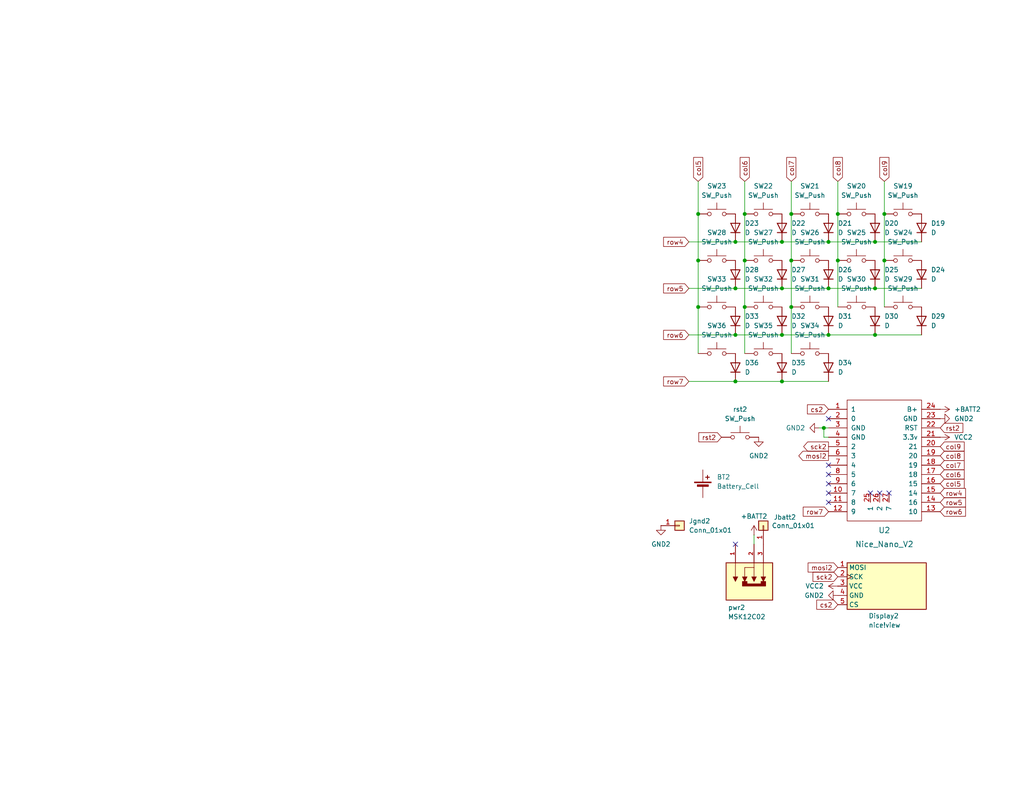
<source format=kicad_sch>
(kicad_sch (version 20231120) (generator "eeschema") (generator_version "8.0")
  (paper "USLetter")
  (title_block (title "LowKey36 right") (date "2024-11-16") (rev "1.2") (company "mattgilbert.co") (comment 1 "Matt Gilbert"))
  (lib_symbols
    (symbol "Connector_Generic:Conn_01x01" (pin_names (offset 1.016) hide)
      (property "Reference" "J" (at 0 2.54 0))
      (property "Value" "Conn_01x01" (at 0 -2.54 0))
      (symbol "Conn_01x01_1_1"
        (rectangle (start -1.27 0.127) (end 0 -0.127) (stroke (width 0.1524)))
        (rectangle (start -1.27 1.27) (end 1.27 -1.27) (stroke (width 0.254)) (fill (type background)))
        (pin passive line (at -5.08 0 0) (length 3.81) (name "Pin_1") (number "1"))
      )
    )
    (symbol "Device:Battery_Cell" (pin_numbers hide) (pin_names (offset 0) hide)
      (property "Reference" "BT" (at 2.54 2.54 0))
      (property "Value" "Battery_Cell" (at 2.54 0 0))
      (symbol "Battery_Cell_0_1"
        (rectangle (start -2.286 1.778) (end 2.286 1.524) (fill (type outline)))
        (rectangle (start -1.524 1.016) (end 1.524 0.508) (fill (type outline)))
        (polyline (pts (xy 0 0.762) (xy 0 0)))
        (polyline (pts (xy 0 1.778) (xy 0 2.54)))
        (polyline (pts (xy 0.762 3.048) (xy 1.778 3.048)) (stroke (width 0.254)))
        (polyline (pts (xy 1.27 3.556) (xy 1.27 2.54)) (stroke (width 0.254)))
      )
      (symbol "Battery_Cell_1_1"
        (pin passive line (at 0 5.08 270) (length 2.54) (name "+") (number "1"))
        (pin passive line (at 0 -2.54 90) (length 2.54) (name "-") (number "2"))
      )
    )
    (symbol "Device:D" (pin_numbers hide) (pin_names (offset 1.016) hide)
      (property "Reference" "D" (at 0 2.54 0))
      (property "Value" "D" (at 0 -2.54 0))
      (symbol "D_0_1"
        (polyline (pts (xy -1.27 1.27) (xy -1.27 -1.27)) (stroke (width 0.254)))
        (polyline (pts (xy 1.27 0) (xy -1.27 0)))
        (polyline (pts (xy 1.27 1.27) (xy 1.27 -1.27) (xy -1.27 0) (xy 1.27 1.27)) (stroke (width 0.254)))
      )
      (symbol "D_1_1"
        (pin passive line (at -3.81 0 0) (length 2.54) (name "K") (number "1"))
        (pin passive line (at 3.81 0 180) (length 2.54) (name "A") (number "2"))
      )
    )
    (symbol "SSSS811101:SSSS811101" (pin_names (offset 1.016))
      (property "Reference" "S" (at -5.08 5.715 0))
      (property "Value" "SSSS811101" (at -5.08 -10.16 0))
      (symbol "SSSS811101_0_0"
        (rectangle (start -5.08 -7.62) (end 5.08 5.08) (stroke (width 0.254)) (fill (type background)))
        (polyline (pts (xy 3.81 -2.54) (xy 1.27 -2.54)) (stroke (width 0.1524)))
        (polyline (pts (xy 3.81 0) (xy 1.27 0)) (stroke (width 0.1524)))
        (polyline (pts (xy 3.81 0) (xy 3.81 -2.54)) (stroke (width 0.1524)))
        (polyline (pts (xy 5.08 -5.08) (xy 1.27 -5.08)) (stroke (width 0.1524)))
        (polyline (pts (xy 5.08 -2.54) (xy 3.81 -2.54)) (stroke (width 0.1524)))
        (polyline (pts (xy 5.08 2.54) (xy 1.27 2.54)) (stroke (width 0.1524)))
        (polyline (pts (xy 1.27 -5.715) (xy 1.27 -4.445) (xy 0 -5.08) (xy 1.27 -5.715)) (stroke (width 0.1524)) (fill (type outline)))
        (polyline (pts (xy 1.27 -3.175) (xy 1.27 -1.905) (xy 0 -2.54) (xy 1.27 -3.175)) (stroke (width 0.1524)) (fill (type outline)))
        (polyline (pts (xy 1.27 -0.635) (xy 1.27 0.635) (xy 0 0) (xy 1.27 -0.635)) (stroke (width 0.1524)) (fill (type outline)))
        (polyline (pts (xy 1.27 1.905) (xy 1.27 3.175) (xy 0 2.54) (xy 1.27 1.905)) (stroke (width 0.1524)) (fill (type outline)))
        (polyline (pts (xy 0 -4.445) (xy 0 -5.715) (xy -1.27 -5.715) (xy -1.27 0.635) (xy 0 0.635) (xy 0 -0.635) (xy -0.635 -0.635) (xy -0.635 -4.445) (xy 0 -4.445)) (stroke (width 0.1524)) (fill (type outline)))
        (pin passive line (at 10.16 2.54 180) (length 5.08) (name "~") (number "1"))
        (pin passive line (at 10.16 -2.54 180) (length 5.08) (name "~") (number "2"))
        (pin passive line (at 10.16 -5.08 180) (length 5.08) (name "~") (number "3"))
      )
    )
    (symbol "ScottoKeebs:MCU_Nice_Nano_V2" (pin_names (offset 1.016))
      (property "Reference" "U" (at 0 0 0))
      (property "Value" "Nice_Nano_V2" (at 0 -19.05 0))
      (symbol "MCU_Nice_Nano_V2_0_1"
        (rectangle (start -10.16 16.51) (end 10.16 -16.51))
      )
      (symbol "MCU_Nice_Nano_V2_1_1"
        (pin input line (at -15.24 13.97 0) (length 5.08) (name "1") (number "1"))
        (pin input line (at -15.24 -8.89 0) (length 5.08) (name "7") (number "10"))
        (pin input line (at -15.24 -11.43 0) (length 5.08) (name "8") (number "11"))
        (pin input line (at -15.24 -13.97 0) (length 5.08) (name "9") (number "12"))
        (pin input line (at 15.24 -13.97 180) (length 5.08) (name "10") (number "13"))
        (pin input line (at 15.24 -11.43 180) (length 5.08) (name "16") (number "14"))
        (pin input line (at 15.24 -8.89 180) (length 5.08) (name "14") (number "15"))
        (pin input line (at 15.24 -6.35 180) (length 5.08) (name "15") (number "16"))
        (pin input line (at 15.24 -3.81 180) (length 5.08) (name "18") (number "17"))
        (pin input line (at 15.24 -1.27 180) (length 5.08) (name "19") (number "18"))
        (pin input line (at 15.24 1.27 180) (length 5.08) (name "20") (number "19"))
        (pin input line (at -15.24 11.43 0) (length 5.08) (name "0") (number "2"))
        (pin input line (at 15.24 3.81 180) (length 5.08) (name "21") (number "20"))
        (pin input line (at 15.24 6.35 180) (length 5.08) (name "3.3v") (number "21"))
        (pin input line (at 15.24 8.89 180) (length 5.08) (name "RST") (number "22"))
        (pin input line (at 15.24 11.43 180) (length 5.08) (name "GND") (number "23"))
        (pin input line (at 15.24 13.97 180) (length 5.08) (name "B+") (number "24"))
        (pin input line (at -3.81 -8.89 270) (length 2.5) (name "1") (number "25"))
        (pin input line (at -1.27 -8.89 270) (length 2.5) (name "2") (number "26"))
        (pin input line (at 1.27 -8.89 270) (length 2.5) (name "7") (number "27"))
        (pin input line (at -15.24 8.89 0) (length 5.08) (name "GND") (number "3"))
        (pin input line (at -15.24 6.35 0) (length 5.08) (name "GND") (number "4"))
        (pin input line (at -15.24 3.81 0) (length 5.08) (name "2") (number "5"))
        (pin input line (at -15.24 1.27 0) (length 5.08) (name "3") (number "6"))
        (pin input line (at -15.24 -1.27 0) (length 5.08) (name "4") (number "7"))
        (pin input line (at -15.24 -3.81 0) (length 5.08) (name "5") (number "8"))
        (pin input line (at -15.24 -6.35 0) (length 5.08) (name "6") (number "9"))
      )
    )
    (symbol "Switch:SW_Push" (pin_numbers hide) (pin_names (offset 1.016) hide)
      (property "Reference" "SW" (at 1.27 2.54 0))
      (property "Value" "SW_Push" (at 0 -1.524 0))
      (symbol "SW_Push_0_1"
        (circle (center -2.032 0) (radius 0.508))
        (polyline (pts (xy 0 1.27) (xy 0 3.048)))
        (polyline (pts (xy 2.54 1.27) (xy -2.54 1.27)))
        (circle (center 2.032 0) (radius 0.508))
        (pin passive line (at -5.08 0 0) (length 2.54) (name "1") (number "1"))
        (pin passive line (at 5.08 0 180) (length 2.54) (name "2") (number "2"))
      )
    )
    (symbol "nice_view:nice!view"
      (property "Reference" "Display" (at 0 12.7 0))
      (property "Value" "nice!view" (at 0 0 0))
      (symbol "nice!view_0_1"
        (rectangle (start -6.35 11.43) (end 6.35 -10.16) (stroke (width 0.254)) (fill (type background)))
      )
      (symbol "nice!view_1_1"
        (pin input line (at -5.08 -12.7 90) (length 2.54) (name "MOSI") (number "1"))
        (pin input clock (at -2.54 -12.7 90) (length 2.54) (name "SCK") (number "2"))
        (pin power_in line (at 0 -12.7 90) (length 2.54) (name "VCC") (number "3"))
        (pin power_out line (at 2.54 -12.7 90) (length 2.54) (name "GND") (number "4"))
        (pin passive line (at 5.08 -12.7 90) (length 2.54) (name "CS") (number "5"))
      )
    )
    (symbol "power:+BATT" (power) (pin_numbers hide) (pin_names (offset 0) hide)
      (property "Value" "+BATT" (at 0 3.556 0))
      (symbol "+BATT_0_1"
        (polyline (pts (xy -0.762 1.27) (xy 0 2.54)))
        (polyline (pts (xy 0 0) (xy 0 2.54)))
        (polyline (pts (xy 0 2.54) (xy 0.762 1.27)))
      )
      (symbol "+BATT_1_1"
        (pin power_in line (at 0 0 90) (length 0) (name "~") (number "1"))
      )
    )
    (symbol "power:GND" (power) (pin_numbers hide) (pin_names (offset 0) hide)
      (property "Value" "GND" (at 0 -3.81 0))
      (symbol "GND_0_1"
        (polyline (pts (xy 0 0) (xy 0 -1.27) (xy 1.27 -1.27) (xy 0 -2.54) (xy -1.27 -1.27) (xy 0 -1.27)))
      )
      (symbol "GND_1_1"
        (pin power_in line (at 0 0 270) (length 0) (name "~") (number "1"))
      )
    )
    (symbol "power:VCC" (power) (pin_numbers hide) (pin_names (offset 0) hide)
      (property "Value" "VCC" (at 0 3.556 0))
      (symbol "VCC_0_1"
        (polyline (pts (xy -0.762 1.27) (xy 0 2.54)))
        (polyline (pts (xy 0 0) (xy 0 2.54)))
        (polyline (pts (xy 0 2.54) (xy 0.762 1.27)))
      )
      (symbol "VCC_1_1"
        (pin power_in line (at 0 0 90) (length 0) (name "~") (number "1"))
      )
    )
  )
  (junction (at 215.9 71.12))
  (junction (at 238.76 78.74))
  (junction (at 228.6 58.42))
  (junction (at 200.66 78.74))
  (junction (at 190.5 71.12))
  (junction (at 213.36 104.14))
  (junction (at 213.36 91.44))
  (junction (at 203.2 58.42))
  (junction (at 200.66 91.44))
  (junction (at 213.36 78.74))
  (junction (at 203.2 83.82))
  (junction (at 190.5 83.82))
  (junction (at 215.9 83.82))
  (junction (at 200.66 104.14))
  (junction (at 190.5 58.42))
  (junction (at 241.3 58.42))
  (junction (at 238.76 91.44))
  (junction (at 241.3 71.12))
  (junction (at 213.36 66.04))
  (junction (at 226.06 66.04))
  (junction (at 238.76 66.04))
  (junction (at 215.9 58.42))
  (junction (at 228.6 71.12))
  (junction (at 224.79 116.84))
  (junction (at 203.2 71.12))
  (junction (at 226.06 91.44))
  (junction (at 200.66 66.04))
  (junction (at 226.06 78.74))
  (no_connect (at 226.06 137.16))
  (no_connect (at 242.57 134.62))
  (no_connect (at 240.03 134.62))
  (no_connect (at 237.49 134.62))
  (no_connect (at 200.66 148.59))
  (no_connect (at 226.06 134.62))
  (no_connect (at 226.06 129.54))
  (no_connect (at 226.06 127))
  (no_connect (at 226.06 132.08))
  (no_connect (at 226.06 114.3))
  (wire (pts (xy 203.2 58.42) (xy 203.2 71.12)))
  (wire (pts (xy 213.36 91.44) (xy 226.06 91.44)))
  (wire (pts (xy 228.6 49.53) (xy 228.6 58.42)))
  (wire (pts (xy 228.6 58.42) (xy 228.6 71.12)))
  (wire (pts (xy 200.66 78.74) (xy 213.36 78.74)))
  (wire (pts (xy 187.96 78.74) (xy 200.66 78.74)))
  (wire (pts (xy 213.36 104.14) (xy 226.06 104.14)))
  (wire (pts (xy 203.2 83.82) (xy 203.2 96.52)))
  (wire (pts (xy 200.66 91.44) (xy 213.36 91.44)))
  (wire (pts (xy 213.36 66.04) (xy 226.06 66.04)))
  (wire (pts (xy 187.96 66.04) (xy 200.66 66.04)))
  (wire (pts (xy 241.3 71.12) (xy 241.3 83.82)))
  (wire (pts (xy 187.96 91.44) (xy 200.66 91.44)))
  (wire (pts (xy 203.2 49.53) (xy 203.2 58.42)))
  (wire (pts (xy 215.9 83.82) (xy 215.9 96.52)))
  (wire (pts (xy 238.76 91.44) (xy 251.46 91.44)))
  (wire (pts (xy 190.5 83.82) (xy 190.5 96.52)))
  (wire (pts (xy 238.76 66.04) (xy 251.46 66.04)))
  (wire (pts (xy 215.9 58.42) (xy 215.9 71.12)))
  (wire (pts (xy 226.06 91.44) (xy 238.76 91.44)))
  (wire (pts (xy 200.66 66.04) (xy 213.36 66.04)))
  (wire (pts (xy 190.5 71.12) (xy 190.5 83.82)))
  (wire (pts (xy 203.2 71.12) (xy 203.2 83.82)))
  (wire (pts (xy 226.06 78.74) (xy 238.76 78.74)))
  (wire (pts (xy 215.9 49.53) (xy 215.9 58.42)))
  (wire (pts (xy 190.5 49.53) (xy 190.5 58.42)))
  (wire (pts (xy 224.79 119.38) (xy 224.79 116.84)))
  (wire (pts (xy 226.06 119.38) (xy 224.79 119.38)))
  (wire (pts (xy 238.76 78.74) (xy 251.46 78.74)))
  (wire (pts (xy 223.52 116.84) (xy 224.79 116.84)))
  (wire (pts (xy 224.79 116.84) (xy 226.06 116.84)))
  (wire (pts (xy 215.9 71.12) (xy 215.9 83.82)))
  (wire (pts (xy 205.74 146.05) (xy 205.74 148.59)))
  (wire (pts (xy 241.3 58.42) (xy 241.3 71.12)))
  (wire (pts (xy 190.5 58.42) (xy 190.5 71.12)))
  (wire (pts (xy 213.36 78.74) (xy 226.06 78.74)))
  (wire (pts (xy 187.96 104.14) (xy 200.66 104.14)))
  (wire (pts (xy 226.06 66.04) (xy 238.76 66.04)))
  (wire (pts (xy 228.6 71.12) (xy 228.6 83.82)))
  (wire (pts (xy 200.66 104.14) (xy 213.36 104.14)))
  (wire (pts (xy 241.3 49.53) (xy 241.3 58.42)))
  (global_label "mosi2" (shape output) (at 226.06 124.46 180) (property "Intersheetrefs" "${INTERSHEET_REFS}" (effects (hide yes))))
  (global_label "sck2" (shape input) (at 228.6 157.48 180) (property "Intersheetrefs" "${INTERSHEET_REFS}" (effects (hide yes))))
  (global_label "row7" (shape input) (at 187.96 104.14 180) (property "Intersheetrefs" "${INTERSHEET_REFS}" (effects (hide yes))))
  (global_label "col6" (shape input) (at 256.54 129.54 0) (property "Intersheetrefs" "${INTERSHEET_REFS}" (effects (hide yes))))
  (global_label "col7" (shape input) (at 256.54 127 0) (property "Intersheetrefs" "${INTERSHEET_REFS}" (effects (hide yes))))
  (global_label "row4" (shape input) (at 256.54 134.62 0) (property "Intersheetrefs" "${INTERSHEET_REFS}" (effects (hide yes))))
  (global_label "sck2" (shape output) (at 226.06 121.92 180) (property "Intersheetrefs" "${INTERSHEET_REFS}" (effects (hide yes))))
  (global_label "row6" (shape input) (at 187.96 91.44 180) (property "Intersheetrefs" "${INTERSHEET_REFS}" (effects (hide yes))))
  (global_label "mosi2" (shape input) (at 228.6 154.94 180) (property "Intersheetrefs" "${INTERSHEET_REFS}" (effects (hide yes))))
  (global_label "rst2" (shape input) (at 256.54 116.84 0) (property "Intersheetrefs" "${INTERSHEET_REFS}" (effects (hide yes))))
  (global_label "col5" (shape input) (at 256.54 132.08 0) (property "Intersheetrefs" "${INTERSHEET_REFS}" (effects (hide yes))))
  (global_label "col9" (shape input) (at 241.3 49.53 90) (property "Intersheetrefs" "${INTERSHEET_REFS}" (effects (hide yes))))
  (global_label "col6" (shape input) (at 203.2 49.53 90) (property "Intersheetrefs" "${INTERSHEET_REFS}" (effects (hide yes))))
  (global_label "rst2" (shape input) (at 196.85 119.38 180) (property "Intersheetrefs" "${INTERSHEET_REFS}" (effects (hide yes))))
  (global_label "cs2" (shape input) (at 228.6 165.1 180) (property "Intersheetrefs" "${INTERSHEET_REFS}" (effects (hide yes))))
  (global_label "row5" (shape input) (at 187.96 78.74 180) (property "Intersheetrefs" "${INTERSHEET_REFS}" (effects (hide yes))))
  (global_label "row5" (shape input) (at 256.54 137.16 0) (property "Intersheetrefs" "${INTERSHEET_REFS}" (effects (hide yes))))
  (global_label "col8" (shape input) (at 256.54 124.46 0) (property "Intersheetrefs" "${INTERSHEET_REFS}" (effects (hide yes))))
  (global_label "col9" (shape input) (at 256.54 121.92 0) (property "Intersheetrefs" "${INTERSHEET_REFS}" (effects (hide yes))))
  (global_label "row4" (shape input) (at 187.96 66.04 180) (property "Intersheetrefs" "${INTERSHEET_REFS}" (effects (hide yes))))
  (global_label "cs2" (shape input) (at 226.06 111.76 180) (property "Intersheetrefs" "${INTERSHEET_REFS}" (effects (hide yes))))
  (global_label "col7" (shape input) (at 215.9 49.53 90) (property "Intersheetrefs" "${INTERSHEET_REFS}" (effects (hide yes))))
  (global_label "col5" (shape input) (at 190.5 49.53 90) (property "Intersheetrefs" "${INTERSHEET_REFS}" (effects (hide yes))))
  (global_label "row6" (shape input) (at 256.54 139.7 0) (property "Intersheetrefs" "${INTERSHEET_REFS}" (effects (hide yes))))
  (global_label "row7" (shape input) (at 226.06 139.7 180) (property "Intersheetrefs" "${INTERSHEET_REFS}" (effects (hide yes))))
  (global_label "col8" (shape input) (at 228.6 49.53 90) (property "Intersheetrefs" "${INTERSHEET_REFS}" (effects (hide yes))))
  (symbol (lib_id "Switch:SW_Push") (at 233.68 83.82 0) (unit 1)
    (property "Reference" "SW30" (at 233.68 76.2 0))
    (property "Value" "SW_Push" (at 233.68 78.74 0))
    (property "Footprint" "PG1316S:CPG1316S01D02" (effects (hide yes)))
    (property "Description" "Push button switch, generic, two pins" (effects (hide yes)))
  )
  (symbol (lib_id "Device:D") (at 213.36 74.93 90) (unit 1)
    (property "Reference" "D27" (at 215.9 73.6599 90) (effects (justify right)))
    (property "Value" "D" (at 215.9 76.1999 90) (effects (justify right)))
    (property "Footprint" "Diode_SMD:D_SOD-123" (effects (hide yes)))
    (property "Description" "Diode" (effects (hide yes)))
    (property "Sim.Device" "D" (effects (hide yes)))
    (property "Sim.Pins" "1=K 2=A" (effects (hide yes)))
  )
  (symbol (lib_id "Device:D") (at 213.36 87.63 90) (unit 1)
    (property "Reference" "D32" (at 215.9 86.3599 90) (effects (justify right)))
    (property "Value" "D" (at 215.9 88.8999 90) (effects (justify right)))
    (property "Footprint" "Diode_SMD:D_SOD-123" (effects (hide yes)))
    (property "Description" "Diode" (effects (hide yes)))
    (property "Sim.Device" "D" (effects (hide yes)))
    (property "Sim.Pins" "1=K 2=A" (effects (hide yes)))
  )
  (symbol (lib_id "power:+BATT") (at 256.54 111.76 270) (unit 1)
    (property "Reference" "#PWR013" (effects (hide yes)))
    (property "Value" "+BATT2" (at 260.35 111.7599 90) (effects (justify left)))
    (property "Description" "Power symbol creates a global label with name \"+BATT\"" (effects (hide yes)))
  )
  (symbol (lib_id "Switch:SW_Push") (at 208.28 71.12 0) (unit 1)
    (property "Reference" "SW27" (at 208.28 63.5 0))
    (property "Value" "SW_Push" (at 208.28 66.04 0))
    (property "Footprint" "PG1316S:CPG1316S01D02" (effects (hide yes)))
    (property "Description" "Push button switch, generic, two pins" (effects (hide yes)))
  )
  (symbol (lib_id "Switch:SW_Push") (at 208.28 96.52 0) (unit 1)
    (property "Reference" "SW35" (at 208.28 88.9 0))
    (property "Value" "SW_Push" (at 208.28 91.44 0))
    (property "Footprint" "PG1316S:CPG1316S-1.5w" (effects (hide yes)))
    (property "Description" "Push button switch, generic, two pins" (effects (hide yes)))
  )
  (symbol (lib_id "Connector_Generic:Conn_01x01") (at 208.28 143.51 90) (unit 1)
    (property "Reference" "Jbatt2" (at 211.074 141.224 90) (effects (justify right)))
    (property "Value" "Conn_01x01" (at 210.566 143.51 90) (effects (justify right)))
    (property "Footprint" "Connector_Wire:SolderWirePad_1x01_SMD_1x2mm" (effects (hide yes)))
    (property "Description" "Generic connector, single row, 01x01, script generated (kicad-library-utils/schlib/autogen/connector/)" (effects (hide yes)))
  )
  (symbol (lib_id "nice_view:nice!view") (at 241.3 160.02 270) (unit 1)
    (property "Reference" "Display2" (at 236.982 168.148 90) (effects (justify left)))
    (property "Value" "nice!view" (at 236.982 170.688 90) (effects (justify left)))
    (property "Footprint" "nice_view:nice_view" (effects (hide yes)))
    (property "Datasheet" "https://nicekeyboards.com/docs/nice-view/pinout-schematic" (effects (hide yes)))
    (property "Description" "Sharp LS011B7DH03 Memory in Pixel 160x68" (effects (hide yes)))
  )
  (symbol (lib_id "ScottoKeebs:MCU_Nice_Nano_V2") (at 241.3 125.73 0) (unit 1)
    (property "Reference" "U2" (at 241.3 144.78 0) (effects (font (size 1.524 1.524))))
    (property "Value" "Nice_Nano_V2" (at 241.3 148.59 0) (effects (font (size 1.524 1.524))))
    (property "Footprint" "nice-nano-kicad:nice_nano" (effects (hide yes)))
  )
  (symbol (lib_id "Switch:SW_Push") (at 195.58 83.82 0) (unit 1)
    (property "Reference" "SW33" (at 195.58 76.2 0))
    (property "Value" "SW_Push" (at 195.58 78.74 0))
    (property "Footprint" "PG1316S:CPG1316S01D02" (effects (hide yes)))
    (property "Description" "Push button switch, generic, two pins" (effects (hide yes)))
  )
  (symbol (lib_id "Switch:SW_Push") (at 233.68 71.12 0) (unit 1)
    (property "Reference" "SW25" (at 233.68 63.5 0))
    (property "Value" "SW_Push" (at 233.68 66.04 0))
    (property "Footprint" "PG1316S:CPG1316S01D02" (effects (hide yes)))
    (property "Description" "Push button switch, generic, two pins" (effects (hide yes)))
  )
  (symbol (lib_id "SSSS811101:SSSS811101") (at 203.2 158.75 90) (unit 1)
    (property "Reference" "pwr2" (at 198.628 165.862 90) (effects (justify right)))
    (property "Value" "MSK12C02" (at 198.628 168.402 90) (effects (justify right)))
    (property "Footprint" "SSSS811101:SW_SSSS811101" (effects (hide yes)))
    (property "MF" "ALPS" (effects (hide yes)))
    (property "MAXIMUM_PACKAGE_HEIGHT" "1.60 mm" (effects (hide yes)))
    (property "Package" "None" (effects (hide yes)))
    (property "Price" "None" (effects (hide yes)))
    (property "Check_prices" "https://www.snapeda.com/parts/SSSS811101/ALPS/view-part/?ref=eda" (effects (hide yes)))
    (property "STANDARD" "Manufacturer Recommendations" (effects (hide yes)))
    (property "PARTREV" "N/A" (effects (hide yes)))
    (property "SnapEDA_Link" "https://www.snapeda.com/parts/SSSS811101/ALPS/view-part/?ref=snap" (effects (hide yes)))
    (property "MP" "SSSS811101" (effects (hide yes)))
    (property "Purchase-URL" "https://www.snapeda.com/api/url_track_click_mouser/?unipart_id=430970&manufacturer=ALPS&part_name=SSSS811101&search_term=None" (effects (hide yes)))
    (property "Description_1" "\nSwitch Slide SP Side Slide 0.3A 5VDC 10000Cycles Gull Wing SMD T/R\n" (effects (hide yes)))
    (property "Availability" "In Stock" (effects (hide yes)))
    (property "MANUFACTURER" "ALPS" (effects (hide yes)))
  )
  (symbol (lib_id "Device:D") (at 251.46 87.63 90) (unit 1)
    (property "Reference" "D29" (at 254 86.3599 90) (effects (justify right)))
    (property "Value" "D" (at 254 88.8999 90) (effects (justify right)))
    (property "Footprint" "Diode_SMD:D_SOD-123" (effects (hide yes)))
    (property "Description" "Diode" (effects (hide yes)))
    (property "Sim.Device" "D" (effects (hide yes)))
    (property "Sim.Pins" "1=K 2=A" (effects (hide yes)))
  )
  (symbol (lib_id "power:VCC") (at 256.54 119.38 270) (unit 1)
    (property "Reference" "#PWR016" (effects (hide yes)))
    (property "Value" "VCC2" (at 260.35 119.3799 90) (effects (justify left)))
    (property "Description" "Power symbol creates a global label with name \"VCC\"" (effects (hide yes)))
  )
  (symbol (lib_id "Switch:SW_Push") (at 220.98 58.42 0) (unit 1)
    (property "Reference" "SW21" (at 220.98 50.8 0))
    (property "Value" "SW_Push" (at 220.98 53.34 0))
    (property "Footprint" "PG1316S:CPG1316S01D02" (effects (hide yes)))
    (property "Description" "Push button switch, generic, two pins" (effects (hide yes)))
  )
  (symbol (lib_id "Switch:SW_Push") (at 195.58 96.52 0) (unit 1)
    (property "Reference" "SW36" (at 195.58 88.9 0))
    (property "Value" "SW_Push" (at 195.58 91.44 0))
    (property "Footprint" "PG1316S:CPG1316S-1.5w" (effects (hide yes)))
    (property "Description" "Push button switch, generic, two pins" (effects (hide yes)))
  )
  (symbol (lib_id "Switch:SW_Push") (at 233.68 58.42 0) (unit 1)
    (property "Reference" "SW20" (at 233.68 50.8 0))
    (property "Value" "SW_Push" (at 233.68 53.34 0))
    (property "Footprint" "PG1316S:CPG1316S01D02" (effects (hide yes)))
    (property "Description" "Push button switch, generic, two pins" (effects (hide yes)))
  )
  (symbol (lib_id "Device:D") (at 238.76 62.23 90) (unit 1)
    (property "Reference" "D20" (at 241.3 60.9599 90) (effects (justify right)))
    (property "Value" "D" (at 241.3 63.4999 90) (effects (justify right)))
    (property "Footprint" "Diode_SMD:D_SOD-123" (effects (hide yes)))
    (property "Description" "Diode" (effects (hide yes)))
    (property "Sim.Device" "D" (effects (hide yes)))
    (property "Sim.Pins" "1=K 2=A" (effects (hide yes)))
  )
  (symbol (lib_id "Device:D") (at 213.36 100.33 90) (unit 1)
    (property "Reference" "D35" (at 215.9 99.0599 90) (effects (justify right)))
    (property "Value" "D" (at 215.9 101.5999 90) (effects (justify right)))
    (property "Footprint" "Diode_SMD:D_SOD-123" (effects (hide yes)))
    (property "Description" "Diode" (effects (hide yes)))
    (property "Sim.Device" "D" (effects (hide yes)))
    (property "Sim.Pins" "1=K 2=A" (effects (hide yes)))
  )
  (symbol (lib_id "Device:D") (at 251.46 74.93 90) (unit 1)
    (property "Reference" "D24" (at 254 73.6599 90) (effects (justify right)))
    (property "Value" "D" (at 254 76.1999 90) (effects (justify right)))
    (property "Footprint" "Diode_SMD:D_SOD-123" (effects (hide yes)))
    (property "Description" "Diode" (effects (hide yes)))
    (property "Sim.Device" "D" (effects (hide yes)))
    (property "Sim.Pins" "1=K 2=A" (effects (hide yes)))
  )
  (symbol (lib_id "Device:D") (at 226.06 87.63 90) (unit 1)
    (property "Reference" "D31" (at 228.6 86.3599 90) (effects (justify right)))
    (property "Value" "D" (at 228.6 88.8999 90) (effects (justify right)))
    (property "Footprint" "Diode_SMD:D_SOD-123" (effects (hide yes)))
    (property "Description" "Diode" (effects (hide yes)))
    (property "Sim.Device" "D" (effects (hide yes)))
    (property "Sim.Pins" "1=K 2=A" (effects (hide yes)))
  )
  (symbol (lib_id "Switch:SW_Push") (at 220.98 71.12 0) (unit 1)
    (property "Reference" "SW26" (at 220.98 63.5 0))
    (property "Value" "SW_Push" (at 220.98 66.04 0))
    (property "Footprint" "PG1316S:CPG1316S01D02" (effects (hide yes)))
    (property "Description" "Push button switch, generic, two pins" (effects (hide yes)))
  )
  (symbol (lib_id "power:GND") (at 228.6 162.56 270) (unit 1)
    (property "Reference" "#PWR017" (effects (hide yes)))
    (property "Value" "GND2" (at 224.79 162.5599 90) (effects (justify right)))
    (property "Description" "Power symbol creates a global label with name \"GND\" , ground" (effects (hide yes)))
  )
  (symbol (lib_id "Switch:SW_Push") (at 208.28 58.42 0) (unit 1)
    (property "Reference" "SW22" (at 208.28 50.8 0))
    (property "Value" "SW_Push" (at 208.28 53.34 0))
    (property "Footprint" "PG1316S:CPG1316S01D02" (effects (hide yes)))
    (property "Description" "Push button switch, generic, two pins" (effects (hide yes)))
  )
  (symbol (lib_id "Device:D") (at 200.66 74.93 90) (unit 1)
    (property "Reference" "D28" (at 203.2 73.6599 90) (effects (justify right)))
    (property "Value" "D" (at 203.2 76.1999 90) (effects (justify right)))
    (property "Footprint" "Diode_SMD:D_SOD-123" (effects (hide yes)))
    (property "Description" "Diode" (effects (hide yes)))
    (property "Sim.Device" "D" (effects (hide yes)))
    (property "Sim.Pins" "1=K 2=A" (effects (hide yes)))
  )
  (symbol (lib_id "Switch:SW_Push") (at 220.98 96.52 0) (unit 1)
    (property "Reference" "SW34" (at 220.98 88.9 0))
    (property "Value" "SW_Push" (at 220.98 91.44 0))
    (property "Footprint" "PG1316S:CPG1316S01D02" (effects (hide yes)))
    (property "Description" "Push button switch, generic, two pins" (effects (hide yes)))
  )
  (symbol (lib_id "Device:D") (at 226.06 62.23 90) (unit 1)
    (property "Reference" "D21" (at 228.6 60.9599 90) (effects (justify right)))
    (property "Value" "D" (at 228.6 63.4999 90) (effects (justify right)))
    (property "Footprint" "Diode_SMD:D_SOD-123" (effects (hide yes)))
    (property "Description" "Diode" (effects (hide yes)))
    (property "Sim.Device" "D" (effects (hide yes)))
    (property "Sim.Pins" "1=K 2=A" (effects (hide yes)))
  )
  (symbol (lib_id "Device:D") (at 226.06 100.33 90) (unit 1)
    (property "Reference" "D34" (at 228.6 99.0599 90) (effects (justify right)))
    (property "Value" "D" (at 228.6 101.5999 90) (effects (justify right)))
    (property "Footprint" "Diode_SMD:D_SOD-123" (effects (hide yes)))
    (property "Description" "Diode" (effects (hide yes)))
    (property "Sim.Device" "D" (effects (hide yes)))
    (property "Sim.Pins" "1=K 2=A" (effects (hide yes)))
  )
  (symbol (lib_id "Device:D") (at 200.66 100.33 90) (unit 1)
    (property "Reference" "D36" (at 203.2 99.0599 90) (effects (justify right)))
    (property "Value" "D" (at 203.2 101.5999 90) (effects (justify right)))
    (property "Footprint" "Diode_SMD:D_SOD-123" (effects (hide yes)))
    (property "Description" "Diode" (effects (hide yes)))
    (property "Sim.Device" "D" (effects (hide yes)))
    (property "Sim.Pins" "1=K 2=A" (effects (hide yes)))
  )
  (symbol (lib_id "power:VCC") (at 228.6 160.02 90) (unit 1)
    (property "Reference" "#PWR015" (effects (hide yes)))
    (property "Value" "VCC2" (at 224.79 160.0199 90) (effects (justify left)))
    (property "Description" "Power symbol creates a global label with name \"VCC\"" (effects (hide yes)))
  )
  (symbol (lib_id "Device:Battery_Cell") (at 191.77 133.35 0) (unit 1) (on_board no)
    (property "Reference" "BT2" (at 195.58 130.2384 0) (effects (justify left)))
    (property "Value" "Battery_Cell" (at 195.58 132.7784 0) (effects (justify left)))
    (property "Description" "Single-cell battery" (effects (hide yes)))
  )
  (symbol (lib_id "Switch:SW_Push") (at 195.58 58.42 0) (unit 1)
    (property "Reference" "SW23" (at 195.58 50.8 0))
    (property "Value" "SW_Push" (at 195.58 53.34 0))
    (property "Footprint" "PG1316S:CPG1316S01D02" (effects (hide yes)))
    (property "Description" "Push button switch, generic, two pins" (effects (hide yes)))
  )
  (symbol (lib_id "Device:D") (at 200.66 87.63 90) (unit 1)
    (property "Reference" "D33" (at 203.2 86.3599 90) (effects (justify right)))
    (property "Value" "D" (at 203.2 88.8999 90) (effects (justify right)))
    (property "Footprint" "Diode_SMD:D_SOD-123" (effects (hide yes)))
    (property "Description" "Diode" (effects (hide yes)))
    (property "Sim.Device" "D" (effects (hide yes)))
    (property "Sim.Pins" "1=K 2=A" (effects (hide yes)))
  )
  (symbol (lib_id "Switch:SW_Push") (at 195.58 71.12 0) (unit 1)
    (property "Reference" "SW28" (at 195.58 63.5 0))
    (property "Value" "SW_Push" (at 195.58 66.04 0))
    (property "Footprint" "PG1316S:CPG1316S01D02" (effects (hide yes)))
    (property "Description" "Push button switch, generic, two pins" (effects (hide yes)))
  )
  (symbol (lib_id "power:GND") (at 207.01 119.38 0) (unit 1)
    (property "Reference" "#PWR06" (effects (hide yes)))
    (property "Value" "GND2" (at 207.01 124.46 0))
    (property "Description" "Power symbol creates a global label with name \"GND\" , ground" (effects (hide yes)))
  )
  (symbol (lib_id "power:GND") (at 223.52 116.84 270) (unit 1)
    (property "Reference" "#PWR018" (effects (hide yes)))
    (property "Value" "GND2" (at 219.71 116.8399 90) (effects (justify right)))
    (property "Description" "Power symbol creates a global label with name \"GND\" , ground" (effects (hide yes)))
  )
  (symbol (lib_id "Switch:SW_Push") (at 246.38 83.82 0) (unit 1)
    (property "Reference" "SW29" (at 246.38 76.2 0))
    (property "Value" "SW_Push" (at 246.38 78.74 0))
    (property "Footprint" "PG1316S:CPG1316S01D02" (effects (hide yes)))
    (property "Description" "Push button switch, generic, two pins" (effects (hide yes)))
  )
  (symbol (lib_id "Device:D") (at 238.76 74.93 90) (unit 1)
    (property "Reference" "D25" (at 241.3 73.6599 90) (effects (justify right)))
    (property "Value" "D" (at 241.3 76.1999 90) (effects (justify right)))
    (property "Footprint" "Diode_SMD:D_SOD-123" (effects (hide yes)))
    (property "Description" "Diode" (effects (hide yes)))
    (property "Sim.Device" "D" (effects (hide yes)))
    (property "Sim.Pins" "1=K 2=A" (effects (hide yes)))
  )
  (symbol (lib_id "power:GND") (at 256.54 114.3 90) (unit 1)
    (property "Reference" "#PWR014" (effects (hide yes)))
    (property "Value" "GND2" (at 260.35 114.2999 90) (effects (justify right)))
    (property "Description" "Power symbol creates a global label with name \"GND\" , ground" (effects (hide yes)))
  )
  (symbol (lib_id "Device:D") (at 213.36 62.23 90) (unit 1)
    (property "Reference" "D22" (at 215.9 60.9599 90) (effects (justify right)))
    (property "Value" "D" (at 215.9 63.4999 90) (effects (justify right)))
    (property "Footprint" "Diode_SMD:D_SOD-123" (effects (hide yes)))
    (property "Description" "Diode" (effects (hide yes)))
    (property "Sim.Device" "D" (effects (hide yes)))
    (property "Sim.Pins" "1=K 2=A" (effects (hide yes)))
  )
  (symbol (lib_id "Device:D") (at 200.66 62.23 90) (unit 1)
    (property "Reference" "D23" (at 203.2 60.9599 90) (effects (justify right)))
    (property "Value" "D" (at 203.2 63.4999 90) (effects (justify right)))
    (property "Footprint" "Diode_SMD:D_SOD-123" (effects (hide yes)))
    (property "Description" "Diode" (effects (hide yes)))
    (property "Sim.Device" "D" (effects (hide yes)))
    (property "Sim.Pins" "1=K 2=A" (effects (hide yes)))
  )
  (symbol (lib_id "Device:D") (at 238.76 87.63 90) (unit 1)
    (property "Reference" "D30" (at 241.3 86.3599 90) (effects (justify right)))
    (property "Value" "D" (at 241.3 88.8999 90) (effects (justify right)))
    (property "Footprint" "Diode_SMD:D_SOD-123" (effects (hide yes)))
    (property "Description" "Diode" (effects (hide yes)))
    (property "Sim.Device" "D" (effects (hide yes)))
    (property "Sim.Pins" "1=K 2=A" (effects (hide yes)))
  )
  (symbol (lib_id "Device:D") (at 226.06 74.93 90) (unit 1)
    (property "Reference" "D26" (at 228.6 73.6599 90) (effects (justify right)))
    (property "Value" "D" (at 228.6 76.1999 90) (effects (justify right)))
    (property "Footprint" "Diode_SMD:D_SOD-123" (effects (hide yes)))
    (property "Description" "Diode" (effects (hide yes)))
    (property "Sim.Device" "D" (effects (hide yes)))
    (property "Sim.Pins" "1=K 2=A" (effects (hide yes)))
  )
  (symbol (lib_id "Switch:SW_Push") (at 208.28 83.82 0) (unit 1)
    (property "Reference" "SW32" (at 208.28 76.2 0))
    (property "Value" "SW_Push" (at 208.28 78.74 0))
    (property "Footprint" "PG1316S:CPG1316S01D02" (effects (hide yes)))
    (property "Description" "Push button switch, generic, two pins" (effects (hide yes)))
  )
  (symbol (lib_id "Connector_Generic:Conn_01x01") (at 185.42 143.51 0) (unit 1)
    (property "Reference" "Jgnd2" (at 187.96 142.2399 0) (effects (justify left)))
    (property "Value" "Conn_01x01" (at 187.96 144.7799 0) (effects (justify left)))
    (property "Footprint" "Connector_Wire:SolderWirePad_1x01_SMD_1x2mm" (effects (hide yes)))
    (property "Description" "Generic connector, single row, 01x01, script generated (kicad-library-utils/schlib/autogen/connector/)" (effects (hide yes)))
  )
  (symbol (lib_id "Switch:SW_Push") (at 246.38 71.12 0) (unit 1)
    (property "Reference" "SW24" (at 246.38 63.5 0))
    (property "Value" "SW_Push" (at 246.38 66.04 0))
    (property "Footprint" "PG1316S:CPG1316S01D02" (effects (hide yes)))
    (property "Description" "Push button switch, generic, two pins" (effects (hide yes)))
  )
  (symbol (lib_id "Device:D") (at 251.46 62.23 90) (unit 1)
    (property "Reference" "D19" (at 254 60.9599 90) (effects (justify right)))
    (property "Value" "D" (at 254 63.4999 90) (effects (justify right)))
    (property "Footprint" "Diode_SMD:D_SOD-123" (effects (hide yes)))
    (property "Description" "Diode" (effects (hide yes)))
    (property "Sim.Device" "D" (effects (hide yes)))
    (property "Sim.Pins" "1=K 2=A" (effects (hide yes)))
  )
  (symbol (lib_id "Switch:SW_Push") (at 246.38 58.42 0) (unit 1)
    (property "Reference" "SW19" (at 246.38 50.8 0))
    (property "Value" "SW_Push" (at 246.38 53.34 0))
    (property "Footprint" "PG1316S:CPG1316S01D02" (effects (hide yes)))
    (property "Description" "Push button switch, generic, two pins" (effects (hide yes)))
  )
  (symbol (lib_id "Switch:SW_Push") (at 220.98 83.82 0) (unit 1)
    (property "Reference" "SW31" (at 220.98 76.2 0))
    (property "Value" "SW_Push" (at 220.98 78.74 0))
    (property "Footprint" "PG1316S:CPG1316S01D02" (effects (hide yes)))
    (property "Description" "Push button switch, generic, two pins" (effects (hide yes)))
  )
  (symbol (lib_id "power:+BATT") (at 205.74 146.05 0) (unit 1)
    (property "Reference" "#PWR012" (effects (hide yes)))
    (property "Value" "+BATT2" (at 205.74 140.97 0))
    (property "Description" "Power symbol creates a global label with name \"+BATT\"" (effects (hide yes)))
  )
  (symbol (lib_id "Switch:SW_Push") (at 201.93 119.38 0) (unit 1)
    (property "Reference" "rst2" (at 201.93 111.76 0))
    (property "Value" "SW_Push" (at 201.93 114.3 0))
    (property "Footprint" "Button_Switch_SMD:Panasonic_EVQPUJ_EVQPUA" (effects (hide yes)))
    (property "Description" "Push button switch, generic, two pins" (effects (hide yes)))
  )
  (symbol (lib_id "power:GND") (at 180.34 143.51 0) (unit 1)
    (property "Reference" "#PWR011" (effects (hide yes)))
    (property "Value" "GND2" (at 180.34 148.59 0))
    (property "Description" "Power symbol creates a global label with name \"GND\" , ground" (effects (hide yes)))
  )
)
</source>
